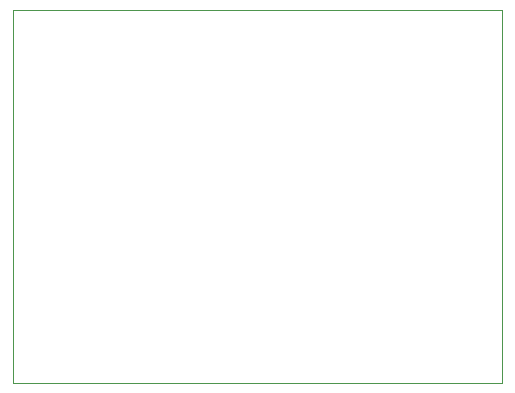
<source format=gbr>
%TF.GenerationSoftware,KiCad,Pcbnew,(5.1.6)-1*%
%TF.CreationDate,2022-03-03T12:09:35+01:00*%
%TF.ProjectId,pmod_shield,706d6f64-5f73-4686-9965-6c642e6b6963,rev?*%
%TF.SameCoordinates,Original*%
%TF.FileFunction,Profile,NP*%
%FSLAX46Y46*%
G04 Gerber Fmt 4.6, Leading zero omitted, Abs format (unit mm)*
G04 Created by KiCad (PCBNEW (5.1.6)-1) date 2022-03-03 12:09:35*
%MOMM*%
%LPD*%
G01*
G04 APERTURE LIST*
%TA.AperFunction,Profile*%
%ADD10C,0.050000*%
%TD*%
G04 APERTURE END LIST*
D10*
X167640000Y-110388400D02*
X167030400Y-110388400D01*
X167640000Y-78740000D02*
X167640000Y-110388400D01*
X167081200Y-78740000D02*
X167640000Y-78740000D01*
X126238000Y-78740000D02*
X126949200Y-78740000D01*
X126238000Y-90830400D02*
X126238000Y-78740000D01*
X126187200Y-110388400D02*
X126238000Y-90830400D01*
X126898400Y-110388400D02*
X126187200Y-110388400D01*
X127711200Y-110388400D02*
X126898400Y-110388400D01*
X129032000Y-110388400D02*
X127711200Y-110388400D01*
X167030400Y-110388400D02*
X129032000Y-110388400D01*
X166725600Y-78740000D02*
X167081200Y-78740000D01*
X126949200Y-78740000D02*
X166725600Y-78740000D01*
M02*

</source>
